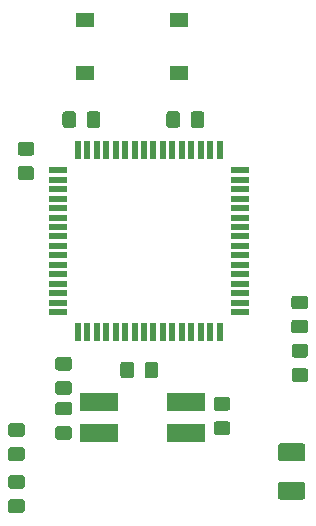
<source format=gbr>
G04 #@! TF.GenerationSoftware,KiCad,Pcbnew,(5.1.5-0-10_14)*
G04 #@! TF.CreationDate,2020-11-09T16:05:26+01:00*
G04 #@! TF.ProjectId,ATmega128_CC1101_Board,41546d65-6761-4313-9238-5f4343313130,rev?*
G04 #@! TF.SameCoordinates,Original*
G04 #@! TF.FileFunction,Paste,Top*
G04 #@! TF.FilePolarity,Positive*
%FSLAX46Y46*%
G04 Gerber Fmt 4.6, Leading zero omitted, Abs format (unit mm)*
G04 Created by KiCad (PCBNEW (5.1.5-0-10_14)) date 2020-11-09 16:05:26*
%MOMM*%
%LPD*%
G04 APERTURE LIST*
%ADD10R,1.550000X1.300000*%
%ADD11C,0.100000*%
%ADD12R,3.300000X1.540000*%
%ADD13R,0.550000X1.500000*%
%ADD14R,1.500000X0.550000*%
G04 APERTURE END LIST*
D10*
X121180000Y-73150000D03*
X121180000Y-68650000D03*
X113220000Y-68650000D03*
X113220000Y-73150000D03*
D11*
G36*
X131649504Y-104526204D02*
G01*
X131673773Y-104529804D01*
X131697571Y-104535765D01*
X131720671Y-104544030D01*
X131742849Y-104554520D01*
X131763893Y-104567133D01*
X131783598Y-104581747D01*
X131801777Y-104598223D01*
X131818253Y-104616402D01*
X131832867Y-104636107D01*
X131845480Y-104657151D01*
X131855970Y-104679329D01*
X131864235Y-104702429D01*
X131870196Y-104726227D01*
X131873796Y-104750496D01*
X131875000Y-104775000D01*
X131875000Y-105775000D01*
X131873796Y-105799504D01*
X131870196Y-105823773D01*
X131864235Y-105847571D01*
X131855970Y-105870671D01*
X131845480Y-105892849D01*
X131832867Y-105913893D01*
X131818253Y-105933598D01*
X131801777Y-105951777D01*
X131783598Y-105968253D01*
X131763893Y-105982867D01*
X131742849Y-105995480D01*
X131720671Y-106005970D01*
X131697571Y-106014235D01*
X131673773Y-106020196D01*
X131649504Y-106023796D01*
X131625000Y-106025000D01*
X129775000Y-106025000D01*
X129750496Y-106023796D01*
X129726227Y-106020196D01*
X129702429Y-106014235D01*
X129679329Y-106005970D01*
X129657151Y-105995480D01*
X129636107Y-105982867D01*
X129616402Y-105968253D01*
X129598223Y-105951777D01*
X129581747Y-105933598D01*
X129567133Y-105913893D01*
X129554520Y-105892849D01*
X129544030Y-105870671D01*
X129535765Y-105847571D01*
X129529804Y-105823773D01*
X129526204Y-105799504D01*
X129525000Y-105775000D01*
X129525000Y-104775000D01*
X129526204Y-104750496D01*
X129529804Y-104726227D01*
X129535765Y-104702429D01*
X129544030Y-104679329D01*
X129554520Y-104657151D01*
X129567133Y-104636107D01*
X129581747Y-104616402D01*
X129598223Y-104598223D01*
X129616402Y-104581747D01*
X129636107Y-104567133D01*
X129657151Y-104554520D01*
X129679329Y-104544030D01*
X129702429Y-104535765D01*
X129726227Y-104529804D01*
X129750496Y-104526204D01*
X129775000Y-104525000D01*
X131625000Y-104525000D01*
X131649504Y-104526204D01*
G37*
G36*
X131649504Y-107776204D02*
G01*
X131673773Y-107779804D01*
X131697571Y-107785765D01*
X131720671Y-107794030D01*
X131742849Y-107804520D01*
X131763893Y-107817133D01*
X131783598Y-107831747D01*
X131801777Y-107848223D01*
X131818253Y-107866402D01*
X131832867Y-107886107D01*
X131845480Y-107907151D01*
X131855970Y-107929329D01*
X131864235Y-107952429D01*
X131870196Y-107976227D01*
X131873796Y-108000496D01*
X131875000Y-108025000D01*
X131875000Y-109025000D01*
X131873796Y-109049504D01*
X131870196Y-109073773D01*
X131864235Y-109097571D01*
X131855970Y-109120671D01*
X131845480Y-109142849D01*
X131832867Y-109163893D01*
X131818253Y-109183598D01*
X131801777Y-109201777D01*
X131783598Y-109218253D01*
X131763893Y-109232867D01*
X131742849Y-109245480D01*
X131720671Y-109255970D01*
X131697571Y-109264235D01*
X131673773Y-109270196D01*
X131649504Y-109273796D01*
X131625000Y-109275000D01*
X129775000Y-109275000D01*
X129750496Y-109273796D01*
X129726227Y-109270196D01*
X129702429Y-109264235D01*
X129679329Y-109255970D01*
X129657151Y-109245480D01*
X129636107Y-109232867D01*
X129616402Y-109218253D01*
X129598223Y-109201777D01*
X129581747Y-109183598D01*
X129567133Y-109163893D01*
X129554520Y-109142849D01*
X129544030Y-109120671D01*
X129535765Y-109097571D01*
X129529804Y-109073773D01*
X129526204Y-109049504D01*
X129525000Y-109025000D01*
X129525000Y-108025000D01*
X129526204Y-108000496D01*
X129529804Y-107976227D01*
X129535765Y-107952429D01*
X129544030Y-107929329D01*
X129554520Y-107907151D01*
X129567133Y-107886107D01*
X129581747Y-107866402D01*
X129598223Y-107848223D01*
X129616402Y-107831747D01*
X129636107Y-107817133D01*
X129657151Y-107804520D01*
X129679329Y-107794030D01*
X129702429Y-107785765D01*
X129726227Y-107779804D01*
X129750496Y-107776204D01*
X129775000Y-107775000D01*
X131625000Y-107775000D01*
X131649504Y-107776204D01*
G37*
G36*
X117124505Y-97601204D02*
G01*
X117148773Y-97604804D01*
X117172572Y-97610765D01*
X117195671Y-97619030D01*
X117217850Y-97629520D01*
X117238893Y-97642132D01*
X117258599Y-97656747D01*
X117276777Y-97673223D01*
X117293253Y-97691401D01*
X117307868Y-97711107D01*
X117320480Y-97732150D01*
X117330970Y-97754329D01*
X117339235Y-97777428D01*
X117345196Y-97801227D01*
X117348796Y-97825495D01*
X117350000Y-97849999D01*
X117350000Y-98750001D01*
X117348796Y-98774505D01*
X117345196Y-98798773D01*
X117339235Y-98822572D01*
X117330970Y-98845671D01*
X117320480Y-98867850D01*
X117307868Y-98888893D01*
X117293253Y-98908599D01*
X117276777Y-98926777D01*
X117258599Y-98943253D01*
X117238893Y-98957868D01*
X117217850Y-98970480D01*
X117195671Y-98980970D01*
X117172572Y-98989235D01*
X117148773Y-98995196D01*
X117124505Y-98998796D01*
X117100001Y-99000000D01*
X116449999Y-99000000D01*
X116425495Y-98998796D01*
X116401227Y-98995196D01*
X116377428Y-98989235D01*
X116354329Y-98980970D01*
X116332150Y-98970480D01*
X116311107Y-98957868D01*
X116291401Y-98943253D01*
X116273223Y-98926777D01*
X116256747Y-98908599D01*
X116242132Y-98888893D01*
X116229520Y-98867850D01*
X116219030Y-98845671D01*
X116210765Y-98822572D01*
X116204804Y-98798773D01*
X116201204Y-98774505D01*
X116200000Y-98750001D01*
X116200000Y-97849999D01*
X116201204Y-97825495D01*
X116204804Y-97801227D01*
X116210765Y-97777428D01*
X116219030Y-97754329D01*
X116229520Y-97732150D01*
X116242132Y-97711107D01*
X116256747Y-97691401D01*
X116273223Y-97673223D01*
X116291401Y-97656747D01*
X116311107Y-97642132D01*
X116332150Y-97629520D01*
X116354329Y-97619030D01*
X116377428Y-97610765D01*
X116401227Y-97604804D01*
X116425495Y-97601204D01*
X116449999Y-97600000D01*
X117100001Y-97600000D01*
X117124505Y-97601204D01*
G37*
G36*
X119174505Y-97601204D02*
G01*
X119198773Y-97604804D01*
X119222572Y-97610765D01*
X119245671Y-97619030D01*
X119267850Y-97629520D01*
X119288893Y-97642132D01*
X119308599Y-97656747D01*
X119326777Y-97673223D01*
X119343253Y-97691401D01*
X119357868Y-97711107D01*
X119370480Y-97732150D01*
X119380970Y-97754329D01*
X119389235Y-97777428D01*
X119395196Y-97801227D01*
X119398796Y-97825495D01*
X119400000Y-97849999D01*
X119400000Y-98750001D01*
X119398796Y-98774505D01*
X119395196Y-98798773D01*
X119389235Y-98822572D01*
X119380970Y-98845671D01*
X119370480Y-98867850D01*
X119357868Y-98888893D01*
X119343253Y-98908599D01*
X119326777Y-98926777D01*
X119308599Y-98943253D01*
X119288893Y-98957868D01*
X119267850Y-98970480D01*
X119245671Y-98980970D01*
X119222572Y-98989235D01*
X119198773Y-98995196D01*
X119174505Y-98998796D01*
X119150001Y-99000000D01*
X118499999Y-99000000D01*
X118475495Y-98998796D01*
X118451227Y-98995196D01*
X118427428Y-98989235D01*
X118404329Y-98980970D01*
X118382150Y-98970480D01*
X118361107Y-98957868D01*
X118341401Y-98943253D01*
X118323223Y-98926777D01*
X118306747Y-98908599D01*
X118292132Y-98888893D01*
X118279520Y-98867850D01*
X118269030Y-98845671D01*
X118260765Y-98822572D01*
X118254804Y-98798773D01*
X118251204Y-98774505D01*
X118250000Y-98750001D01*
X118250000Y-97849999D01*
X118251204Y-97825495D01*
X118254804Y-97801227D01*
X118260765Y-97777428D01*
X118269030Y-97754329D01*
X118279520Y-97732150D01*
X118292132Y-97711107D01*
X118306747Y-97691401D01*
X118323223Y-97673223D01*
X118341401Y-97656747D01*
X118361107Y-97642132D01*
X118382150Y-97629520D01*
X118404329Y-97619030D01*
X118427428Y-97610765D01*
X118451227Y-97604804D01*
X118475495Y-97601204D01*
X118499999Y-97600000D01*
X119150001Y-97600000D01*
X119174505Y-97601204D01*
G37*
D12*
X121800000Y-103620000D03*
X114400000Y-103620000D03*
X114400000Y-100980000D03*
X121800000Y-100980000D03*
D11*
G36*
X111874505Y-99251204D02*
G01*
X111898773Y-99254804D01*
X111922572Y-99260765D01*
X111945671Y-99269030D01*
X111967850Y-99279520D01*
X111988893Y-99292132D01*
X112008599Y-99306747D01*
X112026777Y-99323223D01*
X112043253Y-99341401D01*
X112057868Y-99361107D01*
X112070480Y-99382150D01*
X112080970Y-99404329D01*
X112089235Y-99427428D01*
X112095196Y-99451227D01*
X112098796Y-99475495D01*
X112100000Y-99499999D01*
X112100000Y-100150001D01*
X112098796Y-100174505D01*
X112095196Y-100198773D01*
X112089235Y-100222572D01*
X112080970Y-100245671D01*
X112070480Y-100267850D01*
X112057868Y-100288893D01*
X112043253Y-100308599D01*
X112026777Y-100326777D01*
X112008599Y-100343253D01*
X111988893Y-100357868D01*
X111967850Y-100370480D01*
X111945671Y-100380970D01*
X111922572Y-100389235D01*
X111898773Y-100395196D01*
X111874505Y-100398796D01*
X111850001Y-100400000D01*
X110949999Y-100400000D01*
X110925495Y-100398796D01*
X110901227Y-100395196D01*
X110877428Y-100389235D01*
X110854329Y-100380970D01*
X110832150Y-100370480D01*
X110811107Y-100357868D01*
X110791401Y-100343253D01*
X110773223Y-100326777D01*
X110756747Y-100308599D01*
X110742132Y-100288893D01*
X110729520Y-100267850D01*
X110719030Y-100245671D01*
X110710765Y-100222572D01*
X110704804Y-100198773D01*
X110701204Y-100174505D01*
X110700000Y-100150001D01*
X110700000Y-99499999D01*
X110701204Y-99475495D01*
X110704804Y-99451227D01*
X110710765Y-99427428D01*
X110719030Y-99404329D01*
X110729520Y-99382150D01*
X110742132Y-99361107D01*
X110756747Y-99341401D01*
X110773223Y-99323223D01*
X110791401Y-99306747D01*
X110811107Y-99292132D01*
X110832150Y-99279520D01*
X110854329Y-99269030D01*
X110877428Y-99260765D01*
X110901227Y-99254804D01*
X110925495Y-99251204D01*
X110949999Y-99250000D01*
X111850001Y-99250000D01*
X111874505Y-99251204D01*
G37*
G36*
X111874505Y-97201204D02*
G01*
X111898773Y-97204804D01*
X111922572Y-97210765D01*
X111945671Y-97219030D01*
X111967850Y-97229520D01*
X111988893Y-97242132D01*
X112008599Y-97256747D01*
X112026777Y-97273223D01*
X112043253Y-97291401D01*
X112057868Y-97311107D01*
X112070480Y-97332150D01*
X112080970Y-97354329D01*
X112089235Y-97377428D01*
X112095196Y-97401227D01*
X112098796Y-97425495D01*
X112100000Y-97449999D01*
X112100000Y-98100001D01*
X112098796Y-98124505D01*
X112095196Y-98148773D01*
X112089235Y-98172572D01*
X112080970Y-98195671D01*
X112070480Y-98217850D01*
X112057868Y-98238893D01*
X112043253Y-98258599D01*
X112026777Y-98276777D01*
X112008599Y-98293253D01*
X111988893Y-98307868D01*
X111967850Y-98320480D01*
X111945671Y-98330970D01*
X111922572Y-98339235D01*
X111898773Y-98345196D01*
X111874505Y-98348796D01*
X111850001Y-98350000D01*
X110949999Y-98350000D01*
X110925495Y-98348796D01*
X110901227Y-98345196D01*
X110877428Y-98339235D01*
X110854329Y-98330970D01*
X110832150Y-98320480D01*
X110811107Y-98307868D01*
X110791401Y-98293253D01*
X110773223Y-98276777D01*
X110756747Y-98258599D01*
X110742132Y-98238893D01*
X110729520Y-98217850D01*
X110719030Y-98195671D01*
X110710765Y-98172572D01*
X110704804Y-98148773D01*
X110701204Y-98124505D01*
X110700000Y-98100001D01*
X110700000Y-97449999D01*
X110701204Y-97425495D01*
X110704804Y-97401227D01*
X110710765Y-97377428D01*
X110719030Y-97354329D01*
X110729520Y-97332150D01*
X110742132Y-97311107D01*
X110756747Y-97291401D01*
X110773223Y-97273223D01*
X110791401Y-97256747D01*
X110811107Y-97242132D01*
X110832150Y-97229520D01*
X110854329Y-97219030D01*
X110877428Y-97210765D01*
X110901227Y-97204804D01*
X110925495Y-97201204D01*
X110949999Y-97200000D01*
X111850001Y-97200000D01*
X111874505Y-97201204D01*
G37*
D13*
X112600000Y-79700000D03*
X113400000Y-79700000D03*
X114200000Y-79700000D03*
X115000000Y-79700000D03*
X115800000Y-79700000D03*
X116600000Y-79700000D03*
X117400000Y-79700000D03*
X118200000Y-79700000D03*
X119000000Y-79700000D03*
X119800000Y-79700000D03*
X120600000Y-79700000D03*
X121400000Y-79700000D03*
X122200000Y-79700000D03*
X123000000Y-79700000D03*
X123800000Y-79700000D03*
X124600000Y-79700000D03*
D14*
X126300000Y-81400000D03*
X126300000Y-82200000D03*
X126300000Y-83000000D03*
X126300000Y-83800000D03*
X126300000Y-84600000D03*
X126300000Y-85400000D03*
X126300000Y-86200000D03*
X126300000Y-87000000D03*
X126300000Y-87800000D03*
X126300000Y-88600000D03*
X126300000Y-89400000D03*
X126300000Y-90200000D03*
X126300000Y-91000000D03*
X126300000Y-91800000D03*
X126300000Y-92600000D03*
X126300000Y-93400000D03*
D13*
X124600000Y-95100000D03*
X123800000Y-95100000D03*
X123000000Y-95100000D03*
X122200000Y-95100000D03*
X121400000Y-95100000D03*
X120600000Y-95100000D03*
X119800000Y-95100000D03*
X119000000Y-95100000D03*
X118200000Y-95100000D03*
X117400000Y-95100000D03*
X116600000Y-95100000D03*
X115800000Y-95100000D03*
X115000000Y-95100000D03*
X114200000Y-95100000D03*
X113400000Y-95100000D03*
X112600000Y-95100000D03*
D14*
X110900000Y-93400000D03*
X110900000Y-92600000D03*
X110900000Y-91800000D03*
X110900000Y-91000000D03*
X110900000Y-90200000D03*
X110900000Y-89400000D03*
X110900000Y-88600000D03*
X110900000Y-87800000D03*
X110900000Y-87000000D03*
X110900000Y-86200000D03*
X110900000Y-85400000D03*
X110900000Y-84600000D03*
X110900000Y-83800000D03*
X110900000Y-83000000D03*
X110900000Y-82200000D03*
X110900000Y-81400000D03*
D11*
G36*
X108674505Y-79001204D02*
G01*
X108698773Y-79004804D01*
X108722572Y-79010765D01*
X108745671Y-79019030D01*
X108767850Y-79029520D01*
X108788893Y-79042132D01*
X108808599Y-79056747D01*
X108826777Y-79073223D01*
X108843253Y-79091401D01*
X108857868Y-79111107D01*
X108870480Y-79132150D01*
X108880970Y-79154329D01*
X108889235Y-79177428D01*
X108895196Y-79201227D01*
X108898796Y-79225495D01*
X108900000Y-79249999D01*
X108900000Y-79900001D01*
X108898796Y-79924505D01*
X108895196Y-79948773D01*
X108889235Y-79972572D01*
X108880970Y-79995671D01*
X108870480Y-80017850D01*
X108857868Y-80038893D01*
X108843253Y-80058599D01*
X108826777Y-80076777D01*
X108808599Y-80093253D01*
X108788893Y-80107868D01*
X108767850Y-80120480D01*
X108745671Y-80130970D01*
X108722572Y-80139235D01*
X108698773Y-80145196D01*
X108674505Y-80148796D01*
X108650001Y-80150000D01*
X107749999Y-80150000D01*
X107725495Y-80148796D01*
X107701227Y-80145196D01*
X107677428Y-80139235D01*
X107654329Y-80130970D01*
X107632150Y-80120480D01*
X107611107Y-80107868D01*
X107591401Y-80093253D01*
X107573223Y-80076777D01*
X107556747Y-80058599D01*
X107542132Y-80038893D01*
X107529520Y-80017850D01*
X107519030Y-79995671D01*
X107510765Y-79972572D01*
X107504804Y-79948773D01*
X107501204Y-79924505D01*
X107500000Y-79900001D01*
X107500000Y-79249999D01*
X107501204Y-79225495D01*
X107504804Y-79201227D01*
X107510765Y-79177428D01*
X107519030Y-79154329D01*
X107529520Y-79132150D01*
X107542132Y-79111107D01*
X107556747Y-79091401D01*
X107573223Y-79073223D01*
X107591401Y-79056747D01*
X107611107Y-79042132D01*
X107632150Y-79029520D01*
X107654329Y-79019030D01*
X107677428Y-79010765D01*
X107701227Y-79004804D01*
X107725495Y-79001204D01*
X107749999Y-79000000D01*
X108650001Y-79000000D01*
X108674505Y-79001204D01*
G37*
G36*
X108674505Y-81051204D02*
G01*
X108698773Y-81054804D01*
X108722572Y-81060765D01*
X108745671Y-81069030D01*
X108767850Y-81079520D01*
X108788893Y-81092132D01*
X108808599Y-81106747D01*
X108826777Y-81123223D01*
X108843253Y-81141401D01*
X108857868Y-81161107D01*
X108870480Y-81182150D01*
X108880970Y-81204329D01*
X108889235Y-81227428D01*
X108895196Y-81251227D01*
X108898796Y-81275495D01*
X108900000Y-81299999D01*
X108900000Y-81950001D01*
X108898796Y-81974505D01*
X108895196Y-81998773D01*
X108889235Y-82022572D01*
X108880970Y-82045671D01*
X108870480Y-82067850D01*
X108857868Y-82088893D01*
X108843253Y-82108599D01*
X108826777Y-82126777D01*
X108808599Y-82143253D01*
X108788893Y-82157868D01*
X108767850Y-82170480D01*
X108745671Y-82180970D01*
X108722572Y-82189235D01*
X108698773Y-82195196D01*
X108674505Y-82198796D01*
X108650001Y-82200000D01*
X107749999Y-82200000D01*
X107725495Y-82198796D01*
X107701227Y-82195196D01*
X107677428Y-82189235D01*
X107654329Y-82180970D01*
X107632150Y-82170480D01*
X107611107Y-82157868D01*
X107591401Y-82143253D01*
X107573223Y-82126777D01*
X107556747Y-82108599D01*
X107542132Y-82088893D01*
X107529520Y-82067850D01*
X107519030Y-82045671D01*
X107510765Y-82022572D01*
X107504804Y-81998773D01*
X107501204Y-81974505D01*
X107500000Y-81950001D01*
X107500000Y-81299999D01*
X107501204Y-81275495D01*
X107504804Y-81251227D01*
X107510765Y-81227428D01*
X107519030Y-81204329D01*
X107529520Y-81182150D01*
X107542132Y-81161107D01*
X107556747Y-81141401D01*
X107573223Y-81123223D01*
X107591401Y-81106747D01*
X107611107Y-81092132D01*
X107632150Y-81079520D01*
X107654329Y-81069030D01*
X107677428Y-81060765D01*
X107701227Y-81054804D01*
X107725495Y-81051204D01*
X107749999Y-81050000D01*
X108650001Y-81050000D01*
X108674505Y-81051204D01*
G37*
G36*
X131854505Y-94051204D02*
G01*
X131878773Y-94054804D01*
X131902572Y-94060765D01*
X131925671Y-94069030D01*
X131947850Y-94079520D01*
X131968893Y-94092132D01*
X131988599Y-94106747D01*
X132006777Y-94123223D01*
X132023253Y-94141401D01*
X132037868Y-94161107D01*
X132050480Y-94182150D01*
X132060970Y-94204329D01*
X132069235Y-94227428D01*
X132075196Y-94251227D01*
X132078796Y-94275495D01*
X132080000Y-94299999D01*
X132080000Y-94950001D01*
X132078796Y-94974505D01*
X132075196Y-94998773D01*
X132069235Y-95022572D01*
X132060970Y-95045671D01*
X132050480Y-95067850D01*
X132037868Y-95088893D01*
X132023253Y-95108599D01*
X132006777Y-95126777D01*
X131988599Y-95143253D01*
X131968893Y-95157868D01*
X131947850Y-95170480D01*
X131925671Y-95180970D01*
X131902572Y-95189235D01*
X131878773Y-95195196D01*
X131854505Y-95198796D01*
X131830001Y-95200000D01*
X130929999Y-95200000D01*
X130905495Y-95198796D01*
X130881227Y-95195196D01*
X130857428Y-95189235D01*
X130834329Y-95180970D01*
X130812150Y-95170480D01*
X130791107Y-95157868D01*
X130771401Y-95143253D01*
X130753223Y-95126777D01*
X130736747Y-95108599D01*
X130722132Y-95088893D01*
X130709520Y-95067850D01*
X130699030Y-95045671D01*
X130690765Y-95022572D01*
X130684804Y-94998773D01*
X130681204Y-94974505D01*
X130680000Y-94950001D01*
X130680000Y-94299999D01*
X130681204Y-94275495D01*
X130684804Y-94251227D01*
X130690765Y-94227428D01*
X130699030Y-94204329D01*
X130709520Y-94182150D01*
X130722132Y-94161107D01*
X130736747Y-94141401D01*
X130753223Y-94123223D01*
X130771401Y-94106747D01*
X130791107Y-94092132D01*
X130812150Y-94079520D01*
X130834329Y-94069030D01*
X130857428Y-94060765D01*
X130881227Y-94054804D01*
X130905495Y-94051204D01*
X130929999Y-94050000D01*
X131830001Y-94050000D01*
X131854505Y-94051204D01*
G37*
G36*
X131854505Y-92001204D02*
G01*
X131878773Y-92004804D01*
X131902572Y-92010765D01*
X131925671Y-92019030D01*
X131947850Y-92029520D01*
X131968893Y-92042132D01*
X131988599Y-92056747D01*
X132006777Y-92073223D01*
X132023253Y-92091401D01*
X132037868Y-92111107D01*
X132050480Y-92132150D01*
X132060970Y-92154329D01*
X132069235Y-92177428D01*
X132075196Y-92201227D01*
X132078796Y-92225495D01*
X132080000Y-92249999D01*
X132080000Y-92900001D01*
X132078796Y-92924505D01*
X132075196Y-92948773D01*
X132069235Y-92972572D01*
X132060970Y-92995671D01*
X132050480Y-93017850D01*
X132037868Y-93038893D01*
X132023253Y-93058599D01*
X132006777Y-93076777D01*
X131988599Y-93093253D01*
X131968893Y-93107868D01*
X131947850Y-93120480D01*
X131925671Y-93130970D01*
X131902572Y-93139235D01*
X131878773Y-93145196D01*
X131854505Y-93148796D01*
X131830001Y-93150000D01*
X130929999Y-93150000D01*
X130905495Y-93148796D01*
X130881227Y-93145196D01*
X130857428Y-93139235D01*
X130834329Y-93130970D01*
X130812150Y-93120480D01*
X130791107Y-93107868D01*
X130771401Y-93093253D01*
X130753223Y-93076777D01*
X130736747Y-93058599D01*
X130722132Y-93038893D01*
X130709520Y-93017850D01*
X130699030Y-92995671D01*
X130690765Y-92972572D01*
X130684804Y-92948773D01*
X130681204Y-92924505D01*
X130680000Y-92900001D01*
X130680000Y-92249999D01*
X130681204Y-92225495D01*
X130684804Y-92201227D01*
X130690765Y-92177428D01*
X130699030Y-92154329D01*
X130709520Y-92132150D01*
X130722132Y-92111107D01*
X130736747Y-92091401D01*
X130753223Y-92073223D01*
X130771401Y-92056747D01*
X130791107Y-92042132D01*
X130812150Y-92029520D01*
X130834329Y-92019030D01*
X130857428Y-92010765D01*
X130881227Y-92004804D01*
X130905495Y-92001204D01*
X130929999Y-92000000D01*
X131830001Y-92000000D01*
X131854505Y-92001204D01*
G37*
G36*
X107874505Y-104851204D02*
G01*
X107898773Y-104854804D01*
X107922572Y-104860765D01*
X107945671Y-104869030D01*
X107967850Y-104879520D01*
X107988893Y-104892132D01*
X108008599Y-104906747D01*
X108026777Y-104923223D01*
X108043253Y-104941401D01*
X108057868Y-104961107D01*
X108070480Y-104982150D01*
X108080970Y-105004329D01*
X108089235Y-105027428D01*
X108095196Y-105051227D01*
X108098796Y-105075495D01*
X108100000Y-105099999D01*
X108100000Y-105750001D01*
X108098796Y-105774505D01*
X108095196Y-105798773D01*
X108089235Y-105822572D01*
X108080970Y-105845671D01*
X108070480Y-105867850D01*
X108057868Y-105888893D01*
X108043253Y-105908599D01*
X108026777Y-105926777D01*
X108008599Y-105943253D01*
X107988893Y-105957868D01*
X107967850Y-105970480D01*
X107945671Y-105980970D01*
X107922572Y-105989235D01*
X107898773Y-105995196D01*
X107874505Y-105998796D01*
X107850001Y-106000000D01*
X106949999Y-106000000D01*
X106925495Y-105998796D01*
X106901227Y-105995196D01*
X106877428Y-105989235D01*
X106854329Y-105980970D01*
X106832150Y-105970480D01*
X106811107Y-105957868D01*
X106791401Y-105943253D01*
X106773223Y-105926777D01*
X106756747Y-105908599D01*
X106742132Y-105888893D01*
X106729520Y-105867850D01*
X106719030Y-105845671D01*
X106710765Y-105822572D01*
X106704804Y-105798773D01*
X106701204Y-105774505D01*
X106700000Y-105750001D01*
X106700000Y-105099999D01*
X106701204Y-105075495D01*
X106704804Y-105051227D01*
X106710765Y-105027428D01*
X106719030Y-105004329D01*
X106729520Y-104982150D01*
X106742132Y-104961107D01*
X106756747Y-104941401D01*
X106773223Y-104923223D01*
X106791401Y-104906747D01*
X106811107Y-104892132D01*
X106832150Y-104879520D01*
X106854329Y-104869030D01*
X106877428Y-104860765D01*
X106901227Y-104854804D01*
X106925495Y-104851204D01*
X106949999Y-104850000D01*
X107850001Y-104850000D01*
X107874505Y-104851204D01*
G37*
G36*
X107874505Y-102801204D02*
G01*
X107898773Y-102804804D01*
X107922572Y-102810765D01*
X107945671Y-102819030D01*
X107967850Y-102829520D01*
X107988893Y-102842132D01*
X108008599Y-102856747D01*
X108026777Y-102873223D01*
X108043253Y-102891401D01*
X108057868Y-102911107D01*
X108070480Y-102932150D01*
X108080970Y-102954329D01*
X108089235Y-102977428D01*
X108095196Y-103001227D01*
X108098796Y-103025495D01*
X108100000Y-103049999D01*
X108100000Y-103700001D01*
X108098796Y-103724505D01*
X108095196Y-103748773D01*
X108089235Y-103772572D01*
X108080970Y-103795671D01*
X108070480Y-103817850D01*
X108057868Y-103838893D01*
X108043253Y-103858599D01*
X108026777Y-103876777D01*
X108008599Y-103893253D01*
X107988893Y-103907868D01*
X107967850Y-103920480D01*
X107945671Y-103930970D01*
X107922572Y-103939235D01*
X107898773Y-103945196D01*
X107874505Y-103948796D01*
X107850001Y-103950000D01*
X106949999Y-103950000D01*
X106925495Y-103948796D01*
X106901227Y-103945196D01*
X106877428Y-103939235D01*
X106854329Y-103930970D01*
X106832150Y-103920480D01*
X106811107Y-103907868D01*
X106791401Y-103893253D01*
X106773223Y-103876777D01*
X106756747Y-103858599D01*
X106742132Y-103838893D01*
X106729520Y-103817850D01*
X106719030Y-103795671D01*
X106710765Y-103772572D01*
X106704804Y-103748773D01*
X106701204Y-103724505D01*
X106700000Y-103700001D01*
X106700000Y-103049999D01*
X106701204Y-103025495D01*
X106704804Y-103001227D01*
X106710765Y-102977428D01*
X106719030Y-102954329D01*
X106729520Y-102932150D01*
X106742132Y-102911107D01*
X106756747Y-102891401D01*
X106773223Y-102873223D01*
X106791401Y-102856747D01*
X106811107Y-102842132D01*
X106832150Y-102829520D01*
X106854329Y-102819030D01*
X106877428Y-102810765D01*
X106901227Y-102804804D01*
X106925495Y-102801204D01*
X106949999Y-102800000D01*
X107850001Y-102800000D01*
X107874505Y-102801204D01*
G37*
G36*
X131874505Y-96101204D02*
G01*
X131898773Y-96104804D01*
X131922572Y-96110765D01*
X131945671Y-96119030D01*
X131967850Y-96129520D01*
X131988893Y-96142132D01*
X132008599Y-96156747D01*
X132026777Y-96173223D01*
X132043253Y-96191401D01*
X132057868Y-96211107D01*
X132070480Y-96232150D01*
X132080970Y-96254329D01*
X132089235Y-96277428D01*
X132095196Y-96301227D01*
X132098796Y-96325495D01*
X132100000Y-96349999D01*
X132100000Y-97000001D01*
X132098796Y-97024505D01*
X132095196Y-97048773D01*
X132089235Y-97072572D01*
X132080970Y-97095671D01*
X132070480Y-97117850D01*
X132057868Y-97138893D01*
X132043253Y-97158599D01*
X132026777Y-97176777D01*
X132008599Y-97193253D01*
X131988893Y-97207868D01*
X131967850Y-97220480D01*
X131945671Y-97230970D01*
X131922572Y-97239235D01*
X131898773Y-97245196D01*
X131874505Y-97248796D01*
X131850001Y-97250000D01*
X130949999Y-97250000D01*
X130925495Y-97248796D01*
X130901227Y-97245196D01*
X130877428Y-97239235D01*
X130854329Y-97230970D01*
X130832150Y-97220480D01*
X130811107Y-97207868D01*
X130791401Y-97193253D01*
X130773223Y-97176777D01*
X130756747Y-97158599D01*
X130742132Y-97138893D01*
X130729520Y-97117850D01*
X130719030Y-97095671D01*
X130710765Y-97072572D01*
X130704804Y-97048773D01*
X130701204Y-97024505D01*
X130700000Y-97000001D01*
X130700000Y-96349999D01*
X130701204Y-96325495D01*
X130704804Y-96301227D01*
X130710765Y-96277428D01*
X130719030Y-96254329D01*
X130729520Y-96232150D01*
X130742132Y-96211107D01*
X130756747Y-96191401D01*
X130773223Y-96173223D01*
X130791401Y-96156747D01*
X130811107Y-96142132D01*
X130832150Y-96129520D01*
X130854329Y-96119030D01*
X130877428Y-96110765D01*
X130901227Y-96104804D01*
X130925495Y-96101204D01*
X130949999Y-96100000D01*
X131850001Y-96100000D01*
X131874505Y-96101204D01*
G37*
G36*
X131874505Y-98151204D02*
G01*
X131898773Y-98154804D01*
X131922572Y-98160765D01*
X131945671Y-98169030D01*
X131967850Y-98179520D01*
X131988893Y-98192132D01*
X132008599Y-98206747D01*
X132026777Y-98223223D01*
X132043253Y-98241401D01*
X132057868Y-98261107D01*
X132070480Y-98282150D01*
X132080970Y-98304329D01*
X132089235Y-98327428D01*
X132095196Y-98351227D01*
X132098796Y-98375495D01*
X132100000Y-98399999D01*
X132100000Y-99050001D01*
X132098796Y-99074505D01*
X132095196Y-99098773D01*
X132089235Y-99122572D01*
X132080970Y-99145671D01*
X132070480Y-99167850D01*
X132057868Y-99188893D01*
X132043253Y-99208599D01*
X132026777Y-99226777D01*
X132008599Y-99243253D01*
X131988893Y-99257868D01*
X131967850Y-99270480D01*
X131945671Y-99280970D01*
X131922572Y-99289235D01*
X131898773Y-99295196D01*
X131874505Y-99298796D01*
X131850001Y-99300000D01*
X130949999Y-99300000D01*
X130925495Y-99298796D01*
X130901227Y-99295196D01*
X130877428Y-99289235D01*
X130854329Y-99280970D01*
X130832150Y-99270480D01*
X130811107Y-99257868D01*
X130791401Y-99243253D01*
X130773223Y-99226777D01*
X130756747Y-99208599D01*
X130742132Y-99188893D01*
X130729520Y-99167850D01*
X130719030Y-99145671D01*
X130710765Y-99122572D01*
X130704804Y-99098773D01*
X130701204Y-99074505D01*
X130700000Y-99050001D01*
X130700000Y-98399999D01*
X130701204Y-98375495D01*
X130704804Y-98351227D01*
X130710765Y-98327428D01*
X130719030Y-98304329D01*
X130729520Y-98282150D01*
X130742132Y-98261107D01*
X130756747Y-98241401D01*
X130773223Y-98223223D01*
X130791401Y-98206747D01*
X130811107Y-98192132D01*
X130832150Y-98179520D01*
X130854329Y-98169030D01*
X130877428Y-98160765D01*
X130901227Y-98154804D01*
X130925495Y-98151204D01*
X130949999Y-98150000D01*
X131850001Y-98150000D01*
X131874505Y-98151204D01*
G37*
G36*
X111874505Y-103051204D02*
G01*
X111898773Y-103054804D01*
X111922572Y-103060765D01*
X111945671Y-103069030D01*
X111967850Y-103079520D01*
X111988893Y-103092132D01*
X112008599Y-103106747D01*
X112026777Y-103123223D01*
X112043253Y-103141401D01*
X112057868Y-103161107D01*
X112070480Y-103182150D01*
X112080970Y-103204329D01*
X112089235Y-103227428D01*
X112095196Y-103251227D01*
X112098796Y-103275495D01*
X112100000Y-103299999D01*
X112100000Y-103950001D01*
X112098796Y-103974505D01*
X112095196Y-103998773D01*
X112089235Y-104022572D01*
X112080970Y-104045671D01*
X112070480Y-104067850D01*
X112057868Y-104088893D01*
X112043253Y-104108599D01*
X112026777Y-104126777D01*
X112008599Y-104143253D01*
X111988893Y-104157868D01*
X111967850Y-104170480D01*
X111945671Y-104180970D01*
X111922572Y-104189235D01*
X111898773Y-104195196D01*
X111874505Y-104198796D01*
X111850001Y-104200000D01*
X110949999Y-104200000D01*
X110925495Y-104198796D01*
X110901227Y-104195196D01*
X110877428Y-104189235D01*
X110854329Y-104180970D01*
X110832150Y-104170480D01*
X110811107Y-104157868D01*
X110791401Y-104143253D01*
X110773223Y-104126777D01*
X110756747Y-104108599D01*
X110742132Y-104088893D01*
X110729520Y-104067850D01*
X110719030Y-104045671D01*
X110710765Y-104022572D01*
X110704804Y-103998773D01*
X110701204Y-103974505D01*
X110700000Y-103950001D01*
X110700000Y-103299999D01*
X110701204Y-103275495D01*
X110704804Y-103251227D01*
X110710765Y-103227428D01*
X110719030Y-103204329D01*
X110729520Y-103182150D01*
X110742132Y-103161107D01*
X110756747Y-103141401D01*
X110773223Y-103123223D01*
X110791401Y-103106747D01*
X110811107Y-103092132D01*
X110832150Y-103079520D01*
X110854329Y-103069030D01*
X110877428Y-103060765D01*
X110901227Y-103054804D01*
X110925495Y-103051204D01*
X110949999Y-103050000D01*
X111850001Y-103050000D01*
X111874505Y-103051204D01*
G37*
G36*
X111874505Y-101001204D02*
G01*
X111898773Y-101004804D01*
X111922572Y-101010765D01*
X111945671Y-101019030D01*
X111967850Y-101029520D01*
X111988893Y-101042132D01*
X112008599Y-101056747D01*
X112026777Y-101073223D01*
X112043253Y-101091401D01*
X112057868Y-101111107D01*
X112070480Y-101132150D01*
X112080970Y-101154329D01*
X112089235Y-101177428D01*
X112095196Y-101201227D01*
X112098796Y-101225495D01*
X112100000Y-101249999D01*
X112100000Y-101900001D01*
X112098796Y-101924505D01*
X112095196Y-101948773D01*
X112089235Y-101972572D01*
X112080970Y-101995671D01*
X112070480Y-102017850D01*
X112057868Y-102038893D01*
X112043253Y-102058599D01*
X112026777Y-102076777D01*
X112008599Y-102093253D01*
X111988893Y-102107868D01*
X111967850Y-102120480D01*
X111945671Y-102130970D01*
X111922572Y-102139235D01*
X111898773Y-102145196D01*
X111874505Y-102148796D01*
X111850001Y-102150000D01*
X110949999Y-102150000D01*
X110925495Y-102148796D01*
X110901227Y-102145196D01*
X110877428Y-102139235D01*
X110854329Y-102130970D01*
X110832150Y-102120480D01*
X110811107Y-102107868D01*
X110791401Y-102093253D01*
X110773223Y-102076777D01*
X110756747Y-102058599D01*
X110742132Y-102038893D01*
X110729520Y-102017850D01*
X110719030Y-101995671D01*
X110710765Y-101972572D01*
X110704804Y-101948773D01*
X110701204Y-101924505D01*
X110700000Y-101900001D01*
X110700000Y-101249999D01*
X110701204Y-101225495D01*
X110704804Y-101201227D01*
X110710765Y-101177428D01*
X110719030Y-101154329D01*
X110729520Y-101132150D01*
X110742132Y-101111107D01*
X110756747Y-101091401D01*
X110773223Y-101073223D01*
X110791401Y-101056747D01*
X110811107Y-101042132D01*
X110832150Y-101029520D01*
X110854329Y-101019030D01*
X110877428Y-101010765D01*
X110901227Y-101004804D01*
X110925495Y-101001204D01*
X110949999Y-101000000D01*
X111850001Y-101000000D01*
X111874505Y-101001204D01*
G37*
G36*
X125274505Y-100601204D02*
G01*
X125298773Y-100604804D01*
X125322572Y-100610765D01*
X125345671Y-100619030D01*
X125367850Y-100629520D01*
X125388893Y-100642132D01*
X125408599Y-100656747D01*
X125426777Y-100673223D01*
X125443253Y-100691401D01*
X125457868Y-100711107D01*
X125470480Y-100732150D01*
X125480970Y-100754329D01*
X125489235Y-100777428D01*
X125495196Y-100801227D01*
X125498796Y-100825495D01*
X125500000Y-100849999D01*
X125500000Y-101500001D01*
X125498796Y-101524505D01*
X125495196Y-101548773D01*
X125489235Y-101572572D01*
X125480970Y-101595671D01*
X125470480Y-101617850D01*
X125457868Y-101638893D01*
X125443253Y-101658599D01*
X125426777Y-101676777D01*
X125408599Y-101693253D01*
X125388893Y-101707868D01*
X125367850Y-101720480D01*
X125345671Y-101730970D01*
X125322572Y-101739235D01*
X125298773Y-101745196D01*
X125274505Y-101748796D01*
X125250001Y-101750000D01*
X124349999Y-101750000D01*
X124325495Y-101748796D01*
X124301227Y-101745196D01*
X124277428Y-101739235D01*
X124254329Y-101730970D01*
X124232150Y-101720480D01*
X124211107Y-101707868D01*
X124191401Y-101693253D01*
X124173223Y-101676777D01*
X124156747Y-101658599D01*
X124142132Y-101638893D01*
X124129520Y-101617850D01*
X124119030Y-101595671D01*
X124110765Y-101572572D01*
X124104804Y-101548773D01*
X124101204Y-101524505D01*
X124100000Y-101500001D01*
X124100000Y-100849999D01*
X124101204Y-100825495D01*
X124104804Y-100801227D01*
X124110765Y-100777428D01*
X124119030Y-100754329D01*
X124129520Y-100732150D01*
X124142132Y-100711107D01*
X124156747Y-100691401D01*
X124173223Y-100673223D01*
X124191401Y-100656747D01*
X124211107Y-100642132D01*
X124232150Y-100629520D01*
X124254329Y-100619030D01*
X124277428Y-100610765D01*
X124301227Y-100604804D01*
X124325495Y-100601204D01*
X124349999Y-100600000D01*
X125250001Y-100600000D01*
X125274505Y-100601204D01*
G37*
G36*
X125274505Y-102651204D02*
G01*
X125298773Y-102654804D01*
X125322572Y-102660765D01*
X125345671Y-102669030D01*
X125367850Y-102679520D01*
X125388893Y-102692132D01*
X125408599Y-102706747D01*
X125426777Y-102723223D01*
X125443253Y-102741401D01*
X125457868Y-102761107D01*
X125470480Y-102782150D01*
X125480970Y-102804329D01*
X125489235Y-102827428D01*
X125495196Y-102851227D01*
X125498796Y-102875495D01*
X125500000Y-102899999D01*
X125500000Y-103550001D01*
X125498796Y-103574505D01*
X125495196Y-103598773D01*
X125489235Y-103622572D01*
X125480970Y-103645671D01*
X125470480Y-103667850D01*
X125457868Y-103688893D01*
X125443253Y-103708599D01*
X125426777Y-103726777D01*
X125408599Y-103743253D01*
X125388893Y-103757868D01*
X125367850Y-103770480D01*
X125345671Y-103780970D01*
X125322572Y-103789235D01*
X125298773Y-103795196D01*
X125274505Y-103798796D01*
X125250001Y-103800000D01*
X124349999Y-103800000D01*
X124325495Y-103798796D01*
X124301227Y-103795196D01*
X124277428Y-103789235D01*
X124254329Y-103780970D01*
X124232150Y-103770480D01*
X124211107Y-103757868D01*
X124191401Y-103743253D01*
X124173223Y-103726777D01*
X124156747Y-103708599D01*
X124142132Y-103688893D01*
X124129520Y-103667850D01*
X124119030Y-103645671D01*
X124110765Y-103622572D01*
X124104804Y-103598773D01*
X124101204Y-103574505D01*
X124100000Y-103550001D01*
X124100000Y-102899999D01*
X124101204Y-102875495D01*
X124104804Y-102851227D01*
X124110765Y-102827428D01*
X124119030Y-102804329D01*
X124129520Y-102782150D01*
X124142132Y-102761107D01*
X124156747Y-102741401D01*
X124173223Y-102723223D01*
X124191401Y-102706747D01*
X124211107Y-102692132D01*
X124232150Y-102679520D01*
X124254329Y-102669030D01*
X124277428Y-102660765D01*
X124301227Y-102654804D01*
X124325495Y-102651204D01*
X124349999Y-102650000D01*
X125250001Y-102650000D01*
X125274505Y-102651204D01*
G37*
G36*
X121024505Y-76401204D02*
G01*
X121048773Y-76404804D01*
X121072572Y-76410765D01*
X121095671Y-76419030D01*
X121117850Y-76429520D01*
X121138893Y-76442132D01*
X121158599Y-76456747D01*
X121176777Y-76473223D01*
X121193253Y-76491401D01*
X121207868Y-76511107D01*
X121220480Y-76532150D01*
X121230970Y-76554329D01*
X121239235Y-76577428D01*
X121245196Y-76601227D01*
X121248796Y-76625495D01*
X121250000Y-76649999D01*
X121250000Y-77550001D01*
X121248796Y-77574505D01*
X121245196Y-77598773D01*
X121239235Y-77622572D01*
X121230970Y-77645671D01*
X121220480Y-77667850D01*
X121207868Y-77688893D01*
X121193253Y-77708599D01*
X121176777Y-77726777D01*
X121158599Y-77743253D01*
X121138893Y-77757868D01*
X121117850Y-77770480D01*
X121095671Y-77780970D01*
X121072572Y-77789235D01*
X121048773Y-77795196D01*
X121024505Y-77798796D01*
X121000001Y-77800000D01*
X120349999Y-77800000D01*
X120325495Y-77798796D01*
X120301227Y-77795196D01*
X120277428Y-77789235D01*
X120254329Y-77780970D01*
X120232150Y-77770480D01*
X120211107Y-77757868D01*
X120191401Y-77743253D01*
X120173223Y-77726777D01*
X120156747Y-77708599D01*
X120142132Y-77688893D01*
X120129520Y-77667850D01*
X120119030Y-77645671D01*
X120110765Y-77622572D01*
X120104804Y-77598773D01*
X120101204Y-77574505D01*
X120100000Y-77550001D01*
X120100000Y-76649999D01*
X120101204Y-76625495D01*
X120104804Y-76601227D01*
X120110765Y-76577428D01*
X120119030Y-76554329D01*
X120129520Y-76532150D01*
X120142132Y-76511107D01*
X120156747Y-76491401D01*
X120173223Y-76473223D01*
X120191401Y-76456747D01*
X120211107Y-76442132D01*
X120232150Y-76429520D01*
X120254329Y-76419030D01*
X120277428Y-76410765D01*
X120301227Y-76404804D01*
X120325495Y-76401204D01*
X120349999Y-76400000D01*
X121000001Y-76400000D01*
X121024505Y-76401204D01*
G37*
G36*
X123074505Y-76401204D02*
G01*
X123098773Y-76404804D01*
X123122572Y-76410765D01*
X123145671Y-76419030D01*
X123167850Y-76429520D01*
X123188893Y-76442132D01*
X123208599Y-76456747D01*
X123226777Y-76473223D01*
X123243253Y-76491401D01*
X123257868Y-76511107D01*
X123270480Y-76532150D01*
X123280970Y-76554329D01*
X123289235Y-76577428D01*
X123295196Y-76601227D01*
X123298796Y-76625495D01*
X123300000Y-76649999D01*
X123300000Y-77550001D01*
X123298796Y-77574505D01*
X123295196Y-77598773D01*
X123289235Y-77622572D01*
X123280970Y-77645671D01*
X123270480Y-77667850D01*
X123257868Y-77688893D01*
X123243253Y-77708599D01*
X123226777Y-77726777D01*
X123208599Y-77743253D01*
X123188893Y-77757868D01*
X123167850Y-77770480D01*
X123145671Y-77780970D01*
X123122572Y-77789235D01*
X123098773Y-77795196D01*
X123074505Y-77798796D01*
X123050001Y-77800000D01*
X122399999Y-77800000D01*
X122375495Y-77798796D01*
X122351227Y-77795196D01*
X122327428Y-77789235D01*
X122304329Y-77780970D01*
X122282150Y-77770480D01*
X122261107Y-77757868D01*
X122241401Y-77743253D01*
X122223223Y-77726777D01*
X122206747Y-77708599D01*
X122192132Y-77688893D01*
X122179520Y-77667850D01*
X122169030Y-77645671D01*
X122160765Y-77622572D01*
X122154804Y-77598773D01*
X122151204Y-77574505D01*
X122150000Y-77550001D01*
X122150000Y-76649999D01*
X122151204Y-76625495D01*
X122154804Y-76601227D01*
X122160765Y-76577428D01*
X122169030Y-76554329D01*
X122179520Y-76532150D01*
X122192132Y-76511107D01*
X122206747Y-76491401D01*
X122223223Y-76473223D01*
X122241401Y-76456747D01*
X122261107Y-76442132D01*
X122282150Y-76429520D01*
X122304329Y-76419030D01*
X122327428Y-76410765D01*
X122351227Y-76404804D01*
X122375495Y-76401204D01*
X122399999Y-76400000D01*
X123050001Y-76400000D01*
X123074505Y-76401204D01*
G37*
G36*
X114274505Y-76401204D02*
G01*
X114298773Y-76404804D01*
X114322572Y-76410765D01*
X114345671Y-76419030D01*
X114367850Y-76429520D01*
X114388893Y-76442132D01*
X114408599Y-76456747D01*
X114426777Y-76473223D01*
X114443253Y-76491401D01*
X114457868Y-76511107D01*
X114470480Y-76532150D01*
X114480970Y-76554329D01*
X114489235Y-76577428D01*
X114495196Y-76601227D01*
X114498796Y-76625495D01*
X114500000Y-76649999D01*
X114500000Y-77550001D01*
X114498796Y-77574505D01*
X114495196Y-77598773D01*
X114489235Y-77622572D01*
X114480970Y-77645671D01*
X114470480Y-77667850D01*
X114457868Y-77688893D01*
X114443253Y-77708599D01*
X114426777Y-77726777D01*
X114408599Y-77743253D01*
X114388893Y-77757868D01*
X114367850Y-77770480D01*
X114345671Y-77780970D01*
X114322572Y-77789235D01*
X114298773Y-77795196D01*
X114274505Y-77798796D01*
X114250001Y-77800000D01*
X113599999Y-77800000D01*
X113575495Y-77798796D01*
X113551227Y-77795196D01*
X113527428Y-77789235D01*
X113504329Y-77780970D01*
X113482150Y-77770480D01*
X113461107Y-77757868D01*
X113441401Y-77743253D01*
X113423223Y-77726777D01*
X113406747Y-77708599D01*
X113392132Y-77688893D01*
X113379520Y-77667850D01*
X113369030Y-77645671D01*
X113360765Y-77622572D01*
X113354804Y-77598773D01*
X113351204Y-77574505D01*
X113350000Y-77550001D01*
X113350000Y-76649999D01*
X113351204Y-76625495D01*
X113354804Y-76601227D01*
X113360765Y-76577428D01*
X113369030Y-76554329D01*
X113379520Y-76532150D01*
X113392132Y-76511107D01*
X113406747Y-76491401D01*
X113423223Y-76473223D01*
X113441401Y-76456747D01*
X113461107Y-76442132D01*
X113482150Y-76429520D01*
X113504329Y-76419030D01*
X113527428Y-76410765D01*
X113551227Y-76404804D01*
X113575495Y-76401204D01*
X113599999Y-76400000D01*
X114250001Y-76400000D01*
X114274505Y-76401204D01*
G37*
G36*
X112224505Y-76401204D02*
G01*
X112248773Y-76404804D01*
X112272572Y-76410765D01*
X112295671Y-76419030D01*
X112317850Y-76429520D01*
X112338893Y-76442132D01*
X112358599Y-76456747D01*
X112376777Y-76473223D01*
X112393253Y-76491401D01*
X112407868Y-76511107D01*
X112420480Y-76532150D01*
X112430970Y-76554329D01*
X112439235Y-76577428D01*
X112445196Y-76601227D01*
X112448796Y-76625495D01*
X112450000Y-76649999D01*
X112450000Y-77550001D01*
X112448796Y-77574505D01*
X112445196Y-77598773D01*
X112439235Y-77622572D01*
X112430970Y-77645671D01*
X112420480Y-77667850D01*
X112407868Y-77688893D01*
X112393253Y-77708599D01*
X112376777Y-77726777D01*
X112358599Y-77743253D01*
X112338893Y-77757868D01*
X112317850Y-77770480D01*
X112295671Y-77780970D01*
X112272572Y-77789235D01*
X112248773Y-77795196D01*
X112224505Y-77798796D01*
X112200001Y-77800000D01*
X111549999Y-77800000D01*
X111525495Y-77798796D01*
X111501227Y-77795196D01*
X111477428Y-77789235D01*
X111454329Y-77780970D01*
X111432150Y-77770480D01*
X111411107Y-77757868D01*
X111391401Y-77743253D01*
X111373223Y-77726777D01*
X111356747Y-77708599D01*
X111342132Y-77688893D01*
X111329520Y-77667850D01*
X111319030Y-77645671D01*
X111310765Y-77622572D01*
X111304804Y-77598773D01*
X111301204Y-77574505D01*
X111300000Y-77550001D01*
X111300000Y-76649999D01*
X111301204Y-76625495D01*
X111304804Y-76601227D01*
X111310765Y-76577428D01*
X111319030Y-76554329D01*
X111329520Y-76532150D01*
X111342132Y-76511107D01*
X111356747Y-76491401D01*
X111373223Y-76473223D01*
X111391401Y-76456747D01*
X111411107Y-76442132D01*
X111432150Y-76429520D01*
X111454329Y-76419030D01*
X111477428Y-76410765D01*
X111501227Y-76404804D01*
X111525495Y-76401204D01*
X111549999Y-76400000D01*
X112200001Y-76400000D01*
X112224505Y-76401204D01*
G37*
G36*
X107874505Y-109251204D02*
G01*
X107898773Y-109254804D01*
X107922572Y-109260765D01*
X107945671Y-109269030D01*
X107967850Y-109279520D01*
X107988893Y-109292132D01*
X108008599Y-109306747D01*
X108026777Y-109323223D01*
X108043253Y-109341401D01*
X108057868Y-109361107D01*
X108070480Y-109382150D01*
X108080970Y-109404329D01*
X108089235Y-109427428D01*
X108095196Y-109451227D01*
X108098796Y-109475495D01*
X108100000Y-109499999D01*
X108100000Y-110150001D01*
X108098796Y-110174505D01*
X108095196Y-110198773D01*
X108089235Y-110222572D01*
X108080970Y-110245671D01*
X108070480Y-110267850D01*
X108057868Y-110288893D01*
X108043253Y-110308599D01*
X108026777Y-110326777D01*
X108008599Y-110343253D01*
X107988893Y-110357868D01*
X107967850Y-110370480D01*
X107945671Y-110380970D01*
X107922572Y-110389235D01*
X107898773Y-110395196D01*
X107874505Y-110398796D01*
X107850001Y-110400000D01*
X106949999Y-110400000D01*
X106925495Y-110398796D01*
X106901227Y-110395196D01*
X106877428Y-110389235D01*
X106854329Y-110380970D01*
X106832150Y-110370480D01*
X106811107Y-110357868D01*
X106791401Y-110343253D01*
X106773223Y-110326777D01*
X106756747Y-110308599D01*
X106742132Y-110288893D01*
X106729520Y-110267850D01*
X106719030Y-110245671D01*
X106710765Y-110222572D01*
X106704804Y-110198773D01*
X106701204Y-110174505D01*
X106700000Y-110150001D01*
X106700000Y-109499999D01*
X106701204Y-109475495D01*
X106704804Y-109451227D01*
X106710765Y-109427428D01*
X106719030Y-109404329D01*
X106729520Y-109382150D01*
X106742132Y-109361107D01*
X106756747Y-109341401D01*
X106773223Y-109323223D01*
X106791401Y-109306747D01*
X106811107Y-109292132D01*
X106832150Y-109279520D01*
X106854329Y-109269030D01*
X106877428Y-109260765D01*
X106901227Y-109254804D01*
X106925495Y-109251204D01*
X106949999Y-109250000D01*
X107850001Y-109250000D01*
X107874505Y-109251204D01*
G37*
G36*
X107874505Y-107201204D02*
G01*
X107898773Y-107204804D01*
X107922572Y-107210765D01*
X107945671Y-107219030D01*
X107967850Y-107229520D01*
X107988893Y-107242132D01*
X108008599Y-107256747D01*
X108026777Y-107273223D01*
X108043253Y-107291401D01*
X108057868Y-107311107D01*
X108070480Y-107332150D01*
X108080970Y-107354329D01*
X108089235Y-107377428D01*
X108095196Y-107401227D01*
X108098796Y-107425495D01*
X108100000Y-107449999D01*
X108100000Y-108100001D01*
X108098796Y-108124505D01*
X108095196Y-108148773D01*
X108089235Y-108172572D01*
X108080970Y-108195671D01*
X108070480Y-108217850D01*
X108057868Y-108238893D01*
X108043253Y-108258599D01*
X108026777Y-108276777D01*
X108008599Y-108293253D01*
X107988893Y-108307868D01*
X107967850Y-108320480D01*
X107945671Y-108330970D01*
X107922572Y-108339235D01*
X107898773Y-108345196D01*
X107874505Y-108348796D01*
X107850001Y-108350000D01*
X106949999Y-108350000D01*
X106925495Y-108348796D01*
X106901227Y-108345196D01*
X106877428Y-108339235D01*
X106854329Y-108330970D01*
X106832150Y-108320480D01*
X106811107Y-108307868D01*
X106791401Y-108293253D01*
X106773223Y-108276777D01*
X106756747Y-108258599D01*
X106742132Y-108238893D01*
X106729520Y-108217850D01*
X106719030Y-108195671D01*
X106710765Y-108172572D01*
X106704804Y-108148773D01*
X106701204Y-108124505D01*
X106700000Y-108100001D01*
X106700000Y-107449999D01*
X106701204Y-107425495D01*
X106704804Y-107401227D01*
X106710765Y-107377428D01*
X106719030Y-107354329D01*
X106729520Y-107332150D01*
X106742132Y-107311107D01*
X106756747Y-107291401D01*
X106773223Y-107273223D01*
X106791401Y-107256747D01*
X106811107Y-107242132D01*
X106832150Y-107229520D01*
X106854329Y-107219030D01*
X106877428Y-107210765D01*
X106901227Y-107204804D01*
X106925495Y-107201204D01*
X106949999Y-107200000D01*
X107850001Y-107200000D01*
X107874505Y-107201204D01*
G37*
M02*

</source>
